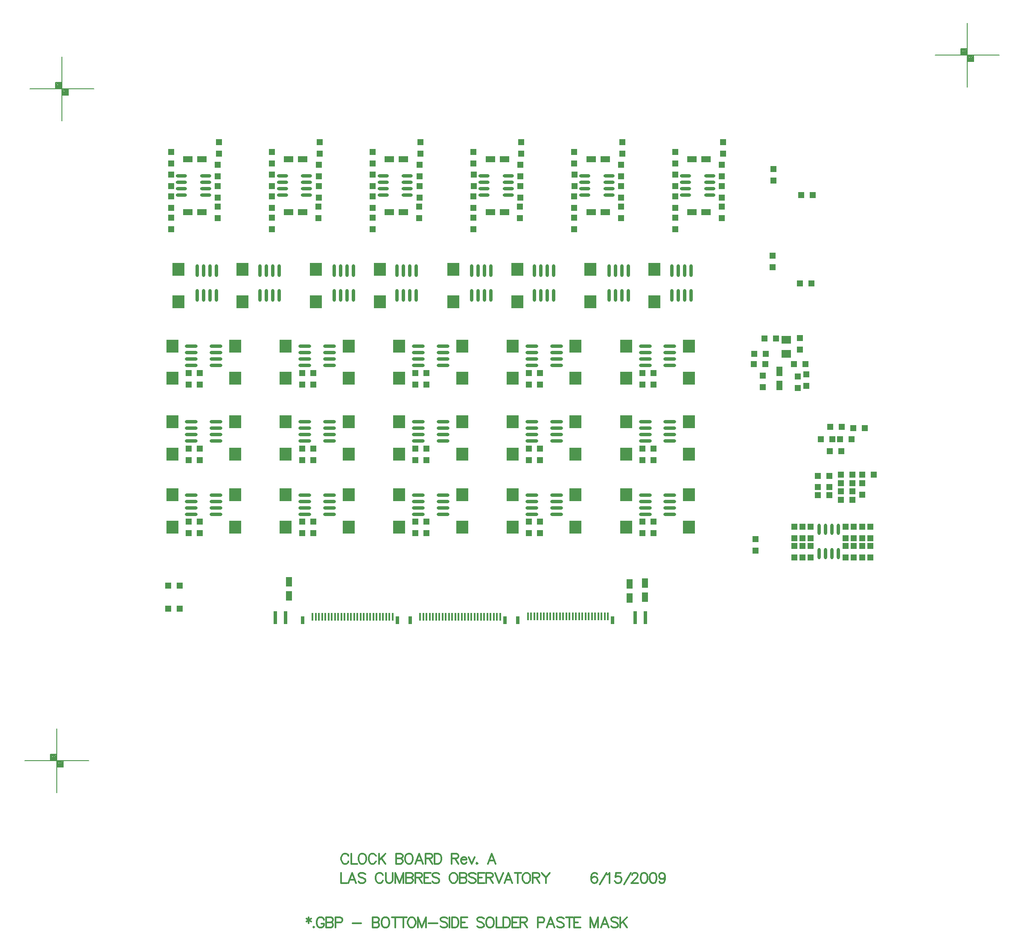
<source format=gbp>
%FSLAX23Y23*%
%MOIN*%
G70*
G01*
G75*
G04 Layer_Color=128*
%ADD10C,0.005*%
%ADD11C,0.040*%
%ADD12R,0.085X0.138*%
%ADD13R,0.085X0.043*%
%ADD14R,0.085X0.043*%
%ADD15R,0.060X0.086*%
%ADD16R,0.035X0.037*%
%ADD17R,0.035X0.037*%
%ADD18R,0.050X0.050*%
%ADD19O,0.098X0.028*%
%ADD20R,0.135X0.070*%
%ADD21R,0.228X0.228*%
%ADD22O,0.008X0.033*%
%ADD23O,0.033X0.008*%
%ADD24R,0.070X0.135*%
%ADD25R,0.138X0.085*%
%ADD26R,0.043X0.085*%
%ADD27R,0.043X0.085*%
%ADD28R,0.031X0.060*%
%ADD29R,0.014X0.060*%
%ADD30R,0.030X0.100*%
%ADD31R,0.050X0.050*%
%ADD32R,0.048X0.078*%
%ADD33R,0.100X0.100*%
%ADD34O,0.010X0.061*%
%ADD35O,0.061X0.010*%
%ADD36O,0.024X0.087*%
%ADD37R,0.045X0.017*%
%ADD38R,0.028X0.036*%
%ADD39R,0.036X0.036*%
%ADD40R,0.087X0.024*%
%ADD41C,0.020*%
%ADD42C,0.010*%
%ADD43C,0.012*%
%ADD44R,1.181X0.787*%
%ADD45C,0.008*%
%ADD46C,0.012*%
%ADD47C,0.012*%
%ADD48C,0.236*%
%ADD49C,0.050*%
%ADD50C,0.020*%
%ADD51C,0.026*%
%ADD52R,0.059X0.059*%
%ADD53C,0.059*%
%ADD54C,0.024*%
%ADD55C,0.040*%
%ADD56C,0.030*%
%ADD57C,0.033*%
%ADD58C,0.055*%
G04:AMPARAMS|DCode=59|XSize=70mil|YSize=70mil|CornerRadius=0mil|HoleSize=0mil|Usage=FLASHONLY|Rotation=0.000|XOffset=0mil|YOffset=0mil|HoleType=Round|Shape=Relief|Width=10mil|Gap=10mil|Entries=4|*
%AMTHD59*
7,0,0,0.070,0.050,0.010,45*
%
%ADD59THD59*%
%ADD60C,0.007*%
%ADD61C,0.045*%
G04:AMPARAMS|DCode=62|XSize=95.433mil|YSize=95.433mil|CornerRadius=0mil|HoleSize=0mil|Usage=FLASHONLY|Rotation=0.000|XOffset=0mil|YOffset=0mil|HoleType=Round|Shape=Relief|Width=10mil|Gap=10mil|Entries=4|*
%AMTHD62*
7,0,0,0.095,0.075,0.010,45*
%
%ADD62THD62*%
%ADD63R,0.094X0.102*%
%ADD64O,0.087X0.024*%
%ADD65R,0.078X0.048*%
%ADD66O,0.028X0.098*%
%ADD67R,0.075X0.063*%
%ADD68R,1.181X0.787*%
%ADD69C,0.010*%
%ADD70C,0.010*%
%ADD71C,0.024*%
%ADD72C,0.008*%
%ADD73C,0.006*%
%ADD74R,0.240X0.165*%
%ADD75R,0.020X0.082*%
D18*
X15533Y10749D02*
D03*
Y10839D02*
D03*
X15597Y10989D02*
D03*
Y10899D02*
D03*
X15597Y10749D02*
D03*
Y10839D02*
D03*
X15533Y10989D02*
D03*
Y10899D02*
D03*
X15468Y10839D02*
D03*
Y10749D02*
D03*
X15998Y10839D02*
D03*
Y10749D02*
D03*
X10825Y11511D02*
D03*
Y11601D02*
D03*
X10739D02*
D03*
Y11511D02*
D03*
X11711Y10941D02*
D03*
Y11031D02*
D03*
X11624D02*
D03*
Y10941D02*
D03*
X10825D02*
D03*
Y11031D02*
D03*
X10739D02*
D03*
Y10941D02*
D03*
X14369Y11511D02*
D03*
Y11601D02*
D03*
X14282D02*
D03*
Y11511D02*
D03*
X13483D02*
D03*
Y11601D02*
D03*
X13396D02*
D03*
Y11511D02*
D03*
X14369Y10941D02*
D03*
Y11031D02*
D03*
X14282D02*
D03*
Y10941D02*
D03*
X13396Y12192D02*
D03*
Y12102D02*
D03*
X13483D02*
D03*
Y12192D02*
D03*
X12510D02*
D03*
Y12102D02*
D03*
X12597D02*
D03*
Y12192D02*
D03*
X10739D02*
D03*
Y12102D02*
D03*
X10825D02*
D03*
Y12192D02*
D03*
X13750Y13572D02*
D03*
Y13482D02*
D03*
X14116Y13728D02*
D03*
Y13818D02*
D03*
X14114Y13399D02*
D03*
Y13489D02*
D03*
X13750Y13826D02*
D03*
Y13916D02*
D03*
X14116Y13560D02*
D03*
Y13650D02*
D03*
X13750Y13404D02*
D03*
Y13314D02*
D03*
X13752Y13739D02*
D03*
Y13649D02*
D03*
X14124Y13995D02*
D03*
Y13905D02*
D03*
X12963Y13572D02*
D03*
Y13482D02*
D03*
X13328Y13728D02*
D03*
Y13818D02*
D03*
X13327Y13399D02*
D03*
Y13489D02*
D03*
X12963Y13826D02*
D03*
Y13916D02*
D03*
X13328Y13560D02*
D03*
Y13650D02*
D03*
X12963Y13404D02*
D03*
Y13314D02*
D03*
X12964Y13739D02*
D03*
Y13649D02*
D03*
X13337Y13995D02*
D03*
Y13905D02*
D03*
X12175Y13572D02*
D03*
Y13482D02*
D03*
X12541Y13728D02*
D03*
Y13818D02*
D03*
X12540Y13399D02*
D03*
Y13489D02*
D03*
X12175Y13826D02*
D03*
Y13916D02*
D03*
X12541Y13560D02*
D03*
Y13650D02*
D03*
X12175Y13404D02*
D03*
Y13314D02*
D03*
X12177Y13739D02*
D03*
Y13649D02*
D03*
X12549Y13995D02*
D03*
Y13905D02*
D03*
X11388Y13572D02*
D03*
Y13482D02*
D03*
X11754Y13728D02*
D03*
Y13818D02*
D03*
X11752Y13399D02*
D03*
Y13489D02*
D03*
X11388Y13826D02*
D03*
Y13916D02*
D03*
X11754Y13560D02*
D03*
Y13650D02*
D03*
X11388Y13404D02*
D03*
Y13314D02*
D03*
X11389Y13739D02*
D03*
Y13649D02*
D03*
X11762Y13995D02*
D03*
Y13905D02*
D03*
X10601Y13572D02*
D03*
Y13482D02*
D03*
X10966Y13728D02*
D03*
Y13818D02*
D03*
X10965Y13399D02*
D03*
Y13489D02*
D03*
X10601Y13826D02*
D03*
Y13916D02*
D03*
X10966Y13560D02*
D03*
Y13650D02*
D03*
X10601Y13404D02*
D03*
Y13314D02*
D03*
X10602Y13739D02*
D03*
Y13649D02*
D03*
X10975Y13995D02*
D03*
Y13905D02*
D03*
X14912D02*
D03*
Y13995D02*
D03*
X14538Y13404D02*
D03*
Y13314D02*
D03*
X14903Y13560D02*
D03*
Y13650D02*
D03*
X14902Y13399D02*
D03*
Y13489D02*
D03*
X14538Y13916D02*
D03*
Y13826D02*
D03*
X14539Y13739D02*
D03*
Y13649D02*
D03*
X14538Y13482D02*
D03*
Y13572D02*
D03*
X14903Y13818D02*
D03*
Y13728D02*
D03*
X12597Y11031D02*
D03*
Y10941D02*
D03*
X12510D02*
D03*
Y11031D02*
D03*
X13483D02*
D03*
Y10941D02*
D03*
X13396D02*
D03*
Y11031D02*
D03*
X11711Y11601D02*
D03*
Y11511D02*
D03*
X11624D02*
D03*
Y11601D02*
D03*
X12597Y11601D02*
D03*
Y11511D02*
D03*
X12510D02*
D03*
Y11601D02*
D03*
X14282Y12102D02*
D03*
Y12192D02*
D03*
X14369D02*
D03*
Y12102D02*
D03*
X11624D02*
D03*
Y12192D02*
D03*
X11711D02*
D03*
Y12102D02*
D03*
X15868Y10899D02*
D03*
Y10989D02*
D03*
X15933D02*
D03*
Y10899D02*
D03*
X15998Y10899D02*
D03*
Y10989D02*
D03*
X16063Y10989D02*
D03*
Y10899D02*
D03*
X15868Y10749D02*
D03*
Y10839D02*
D03*
X16063Y10839D02*
D03*
Y10749D02*
D03*
X15933Y10839D02*
D03*
Y10749D02*
D03*
X15468Y10899D02*
D03*
Y10989D02*
D03*
X15165Y10805D02*
D03*
Y10895D02*
D03*
X15221Y12170D02*
D03*
Y12080D02*
D03*
X15496Y12165D02*
D03*
Y12075D02*
D03*
X15561Y12090D02*
D03*
Y12180D02*
D03*
X15511Y12375D02*
D03*
Y12465D02*
D03*
X15998Y11332D02*
D03*
Y11242D02*
D03*
X15298Y13107D02*
D03*
Y13017D02*
D03*
X15307Y13784D02*
D03*
Y13694D02*
D03*
D19*
X10760Y11659D02*
D03*
Y11709D02*
D03*
Y11759D02*
D03*
Y11809D02*
D03*
X10953Y11659D02*
D03*
Y11709D02*
D03*
Y11759D02*
D03*
Y11809D02*
D03*
X11646Y11088D02*
D03*
Y11138D02*
D03*
Y11188D02*
D03*
Y11238D02*
D03*
X11839Y11088D02*
D03*
Y11138D02*
D03*
Y11188D02*
D03*
Y11238D02*
D03*
X10760Y11088D02*
D03*
Y11138D02*
D03*
Y11188D02*
D03*
Y11238D02*
D03*
X10953Y11088D02*
D03*
Y11138D02*
D03*
Y11188D02*
D03*
Y11238D02*
D03*
X14304Y11659D02*
D03*
Y11709D02*
D03*
Y11759D02*
D03*
Y11809D02*
D03*
X14496Y11659D02*
D03*
Y11709D02*
D03*
Y11759D02*
D03*
Y11809D02*
D03*
X13418Y11659D02*
D03*
Y11709D02*
D03*
Y11759D02*
D03*
Y11809D02*
D03*
X13611Y11659D02*
D03*
Y11709D02*
D03*
Y11759D02*
D03*
Y11809D02*
D03*
X14304Y11088D02*
D03*
Y11138D02*
D03*
Y11188D02*
D03*
Y11238D02*
D03*
X14496Y11088D02*
D03*
Y11138D02*
D03*
Y11188D02*
D03*
Y11238D02*
D03*
X13418Y12249D02*
D03*
Y12299D02*
D03*
Y12349D02*
D03*
Y12399D02*
D03*
X13611Y12249D02*
D03*
Y12299D02*
D03*
Y12349D02*
D03*
Y12399D02*
D03*
X12532Y12249D02*
D03*
Y12299D02*
D03*
Y12349D02*
D03*
Y12399D02*
D03*
X12725Y12249D02*
D03*
Y12299D02*
D03*
Y12349D02*
D03*
Y12399D02*
D03*
X10760Y12249D02*
D03*
Y12299D02*
D03*
Y12349D02*
D03*
Y12399D02*
D03*
X10953Y12249D02*
D03*
Y12299D02*
D03*
Y12349D02*
D03*
Y12399D02*
D03*
X12725Y11238D02*
D03*
Y11188D02*
D03*
Y11138D02*
D03*
Y11088D02*
D03*
X12532Y11238D02*
D03*
Y11188D02*
D03*
Y11138D02*
D03*
Y11088D02*
D03*
X13611Y11238D02*
D03*
Y11188D02*
D03*
Y11138D02*
D03*
Y11088D02*
D03*
X13418Y11238D02*
D03*
Y11188D02*
D03*
Y11138D02*
D03*
Y11088D02*
D03*
X11839Y11809D02*
D03*
Y11759D02*
D03*
Y11709D02*
D03*
Y11659D02*
D03*
X11646Y11809D02*
D03*
Y11759D02*
D03*
Y11709D02*
D03*
Y11659D02*
D03*
X12725Y11809D02*
D03*
Y11759D02*
D03*
Y11709D02*
D03*
Y11659D02*
D03*
X12532Y11809D02*
D03*
Y11759D02*
D03*
Y11709D02*
D03*
Y11659D02*
D03*
X14496Y12399D02*
D03*
Y12349D02*
D03*
Y12299D02*
D03*
Y12249D02*
D03*
X14304Y12399D02*
D03*
Y12349D02*
D03*
Y12299D02*
D03*
Y12249D02*
D03*
X11839Y12399D02*
D03*
Y12349D02*
D03*
Y12299D02*
D03*
Y12249D02*
D03*
X11646Y12399D02*
D03*
Y12349D02*
D03*
Y12299D02*
D03*
Y12249D02*
D03*
D28*
X11630Y10261D02*
D03*
X12370D02*
D03*
X12470D02*
D03*
X13210D02*
D03*
X13310D02*
D03*
X14050D02*
D03*
D29*
X11732Y10288D02*
D03*
X11757D02*
D03*
X11782D02*
D03*
X11807D02*
D03*
X11832D02*
D03*
X11857D02*
D03*
X11882D02*
D03*
X11907D02*
D03*
X11932D02*
D03*
X11957D02*
D03*
X11982D02*
D03*
X12007D02*
D03*
X12032D02*
D03*
X12057D02*
D03*
X12082D02*
D03*
X12107D02*
D03*
X12132D02*
D03*
X12157D02*
D03*
X12182D02*
D03*
X12207D02*
D03*
X12232D02*
D03*
X12257D02*
D03*
X12282D02*
D03*
X12307D02*
D03*
X12547D02*
D03*
X12572D02*
D03*
X12597D02*
D03*
X12622D02*
D03*
X12647D02*
D03*
X12672D02*
D03*
X12697D02*
D03*
X12722D02*
D03*
X12747D02*
D03*
X12772D02*
D03*
X12797D02*
D03*
X12822D02*
D03*
X12847D02*
D03*
X12872D02*
D03*
X12897D02*
D03*
X12922D02*
D03*
X12947D02*
D03*
X12972D02*
D03*
X12997D02*
D03*
X13022D02*
D03*
X13047D02*
D03*
X13072D02*
D03*
X13097D02*
D03*
X13122D02*
D03*
X13147D02*
D03*
X13172D02*
D03*
X13388Y10289D02*
D03*
X13413D02*
D03*
X13438D02*
D03*
X13463D02*
D03*
X13488D02*
D03*
X13513D02*
D03*
X13538D02*
D03*
X13563D02*
D03*
X13588D02*
D03*
X13613D02*
D03*
X13638D02*
D03*
X13663D02*
D03*
X13688D02*
D03*
X13713D02*
D03*
X13738D02*
D03*
X13763D02*
D03*
X13788D02*
D03*
X13813D02*
D03*
X13838D02*
D03*
X13863D02*
D03*
X13888D02*
D03*
X13913D02*
D03*
X13938D02*
D03*
X13963D02*
D03*
X13988D02*
D03*
X14013D02*
D03*
X11707Y10288D02*
D03*
X12332D02*
D03*
D30*
X11416Y10279D02*
D03*
X11495D02*
D03*
X14226Y10279D02*
D03*
X14305D02*
D03*
D31*
X15840Y11770D02*
D03*
X15750D02*
D03*
X15835Y11580D02*
D03*
X15745D02*
D03*
X15915Y11675D02*
D03*
X15825D02*
D03*
X15675Y11675D02*
D03*
X15765D02*
D03*
X16020Y11760D02*
D03*
X15930D02*
D03*
X15833Y11397D02*
D03*
X15923D02*
D03*
X15833Y11332D02*
D03*
X15923D02*
D03*
X15833Y11267D02*
D03*
X15923D02*
D03*
X15923Y11202D02*
D03*
X15833D02*
D03*
X15743Y11387D02*
D03*
X15653D02*
D03*
X10580Y10350D02*
D03*
X10670D02*
D03*
X10670Y10530D02*
D03*
X10580D02*
D03*
X15653Y11302D02*
D03*
X15743D02*
D03*
X15653Y11237D02*
D03*
X15743D02*
D03*
X16088Y11397D02*
D03*
X15998D02*
D03*
X15246Y12340D02*
D03*
X15156D02*
D03*
X15466Y12260D02*
D03*
X15556D02*
D03*
X15241Y12260D02*
D03*
X15151D02*
D03*
X15326Y12460D02*
D03*
X15236D02*
D03*
X15513Y12892D02*
D03*
X15603D02*
D03*
X15522Y13579D02*
D03*
X15612D02*
D03*
D32*
X14301Y10440D02*
D03*
Y10550D02*
D03*
X14181Y10435D02*
D03*
Y10545D02*
D03*
X11521Y10560D02*
D03*
Y10450D02*
D03*
X15351Y12095D02*
D03*
Y12205D02*
D03*
D36*
X15813Y10780D02*
D03*
X15763D02*
D03*
X15713D02*
D03*
X15663D02*
D03*
X15813Y10969D02*
D03*
X15763D02*
D03*
X15713D02*
D03*
X15663D02*
D03*
D45*
X9498Y14412D02*
X9998D01*
X9748Y14162D02*
Y14662D01*
X9698Y14412D02*
Y14462D01*
X9748D01*
X9798Y14362D02*
Y14412D01*
X9748Y14362D02*
X9798D01*
X9753Y14407D02*
X9793D01*
Y14367D02*
Y14407D01*
X9753Y14367D02*
X9793D01*
X9753D02*
Y14407D01*
X9758Y14402D02*
X9788D01*
Y14372D02*
Y14402D01*
X9758Y14372D02*
X9788D01*
X9758D02*
Y14397D01*
X9763D02*
X9783D01*
Y14377D02*
Y14397D01*
X9763Y14377D02*
X9783D01*
X9763D02*
Y14392D01*
X9768D02*
X9778D01*
Y14382D02*
Y14392D01*
X9768Y14382D02*
X9778D01*
X9768D02*
Y14392D01*
Y14387D02*
X9778D01*
X9703Y14457D02*
X9743D01*
Y14417D02*
Y14457D01*
X9703Y14417D02*
X9743D01*
X9703D02*
Y14457D01*
X9708Y14452D02*
X9738D01*
Y14422D02*
Y14452D01*
X9708Y14422D02*
X9738D01*
X9708D02*
Y14447D01*
X9713D02*
X9733D01*
Y14427D02*
Y14447D01*
X9713Y14427D02*
X9733D01*
X9713D02*
Y14442D01*
X9718D02*
X9728D01*
Y14432D02*
Y14442D01*
X9718Y14432D02*
X9728D01*
X9718D02*
Y14442D01*
Y14437D02*
X9728D01*
X9680Y9190D02*
X9690D01*
X9680Y9185D02*
Y9195D01*
Y9185D02*
X9690D01*
Y9195D01*
X9680D02*
X9690D01*
X9675Y9180D02*
Y9195D01*
Y9180D02*
X9695D01*
Y9200D01*
X9675D02*
X9695D01*
X9670Y9175D02*
Y9200D01*
Y9175D02*
X9700D01*
Y9205D01*
X9670D02*
X9700D01*
X9665Y9170D02*
Y9210D01*
Y9170D02*
X9705D01*
Y9210D01*
X9665D02*
X9705D01*
X9730Y9140D02*
X9740D01*
X9730Y9135D02*
Y9145D01*
Y9135D02*
X9740D01*
Y9145D01*
X9730D02*
X9740D01*
X9725Y9130D02*
Y9145D01*
Y9130D02*
X9745D01*
Y9150D01*
X9725D02*
X9745D01*
X9720Y9125D02*
Y9150D01*
Y9125D02*
X9750D01*
Y9155D01*
X9720D02*
X9750D01*
X9715Y9120D02*
Y9160D01*
Y9120D02*
X9755D01*
Y9160D01*
X9715D02*
X9755D01*
X9710Y9115D02*
X9760D01*
Y9165D01*
X9660Y9215D02*
X9710D01*
X9660Y9165D02*
Y9215D01*
X9710Y8915D02*
Y9415D01*
X9460Y9165D02*
X9960D01*
X16790Y14700D02*
X16800D01*
X16790Y14695D02*
Y14705D01*
Y14695D02*
X16800D01*
Y14705D01*
X16790D02*
X16800D01*
X16785Y14690D02*
Y14705D01*
Y14690D02*
X16805D01*
Y14710D01*
X16785D02*
X16805D01*
X16780Y14685D02*
Y14710D01*
Y14685D02*
X16810D01*
Y14715D01*
X16780D02*
X16810D01*
X16775Y14680D02*
Y14720D01*
Y14680D02*
X16815D01*
Y14720D01*
X16775D02*
X16815D01*
X16840Y14650D02*
X16850D01*
X16840Y14645D02*
Y14655D01*
Y14645D02*
X16850D01*
Y14655D01*
X16840D02*
X16850D01*
X16835Y14640D02*
Y14655D01*
Y14640D02*
X16855D01*
Y14660D01*
X16835D02*
X16855D01*
X16830Y14635D02*
Y14660D01*
Y14635D02*
X16860D01*
Y14665D01*
X16830D02*
X16860D01*
X16825Y14630D02*
Y14670D01*
Y14630D02*
X16865D01*
Y14670D01*
X16825D02*
X16865D01*
X16820Y14625D02*
X16870D01*
Y14675D01*
X16770Y14725D02*
X16820D01*
X16770Y14675D02*
Y14725D01*
X16820Y14425D02*
Y14925D01*
X16570Y14675D02*
X17070D01*
D46*
X11677Y7940D02*
Y7895D01*
X11658Y7929D02*
X11696Y7906D01*
Y7929D02*
X11658Y7906D01*
X11717Y7868D02*
X11713Y7864D01*
X11717Y7860D01*
X11720Y7864D01*
X11717Y7868D01*
X11795Y7921D02*
X11791Y7929D01*
X11784Y7937D01*
X11776Y7940D01*
X11761D01*
X11753Y7937D01*
X11745Y7929D01*
X11742Y7921D01*
X11738Y7910D01*
Y7891D01*
X11742Y7880D01*
X11745Y7872D01*
X11753Y7864D01*
X11761Y7860D01*
X11776D01*
X11784Y7864D01*
X11791Y7872D01*
X11795Y7880D01*
Y7891D01*
X11776D02*
X11795D01*
X11813Y7940D02*
Y7860D01*
Y7940D02*
X11848D01*
X11859Y7937D01*
X11863Y7933D01*
X11867Y7925D01*
Y7918D01*
X11863Y7910D01*
X11859Y7906D01*
X11848Y7902D01*
X11813D02*
X11848D01*
X11859Y7899D01*
X11863Y7895D01*
X11867Y7887D01*
Y7876D01*
X11863Y7868D01*
X11859Y7864D01*
X11848Y7860D01*
X11813D01*
X11884Y7899D02*
X11919D01*
X11930Y7902D01*
X11934Y7906D01*
X11938Y7914D01*
Y7925D01*
X11934Y7933D01*
X11930Y7937D01*
X11919Y7940D01*
X11884D01*
Y7860D01*
X12019Y7895D02*
X12087D01*
X12174Y7940D02*
Y7860D01*
Y7940D02*
X12208D01*
X12219Y7937D01*
X12223Y7933D01*
X12227Y7925D01*
Y7918D01*
X12223Y7910D01*
X12219Y7906D01*
X12208Y7902D01*
X12174D02*
X12208D01*
X12219Y7899D01*
X12223Y7895D01*
X12227Y7887D01*
Y7876D01*
X12223Y7868D01*
X12219Y7864D01*
X12208Y7860D01*
X12174D01*
X12268Y7940D02*
X12260Y7937D01*
X12252Y7929D01*
X12249Y7921D01*
X12245Y7910D01*
Y7891D01*
X12249Y7880D01*
X12252Y7872D01*
X12260Y7864D01*
X12268Y7860D01*
X12283D01*
X12291Y7864D01*
X12298Y7872D01*
X12302Y7880D01*
X12306Y7891D01*
Y7910D01*
X12302Y7921D01*
X12298Y7929D01*
X12291Y7937D01*
X12283Y7940D01*
X12268D01*
X12351D02*
Y7860D01*
X12324Y7940D02*
X12378D01*
X12414D02*
Y7860D01*
X12387Y7940D02*
X12441D01*
X12473D02*
X12465Y7937D01*
X12458Y7929D01*
X12454Y7921D01*
X12450Y7910D01*
Y7891D01*
X12454Y7880D01*
X12458Y7872D01*
X12465Y7864D01*
X12473Y7860D01*
X12488D01*
X12496Y7864D01*
X12503Y7872D01*
X12507Y7880D01*
X12511Y7891D01*
Y7910D01*
X12507Y7921D01*
X12503Y7929D01*
X12496Y7937D01*
X12488Y7940D01*
X12473D01*
X12530D02*
Y7860D01*
Y7940D02*
X12560Y7860D01*
X12591Y7940D02*
X12560Y7860D01*
X12591Y7940D02*
Y7860D01*
X12613Y7895D02*
X12682D01*
X12759Y7929D02*
X12751Y7937D01*
X12740Y7940D01*
X12725D01*
X12713Y7937D01*
X12706Y7929D01*
Y7921D01*
X12709Y7914D01*
X12713Y7910D01*
X12721Y7906D01*
X12744Y7899D01*
X12751Y7895D01*
X12755Y7891D01*
X12759Y7883D01*
Y7872D01*
X12751Y7864D01*
X12740Y7860D01*
X12725D01*
X12713Y7864D01*
X12706Y7872D01*
X12777Y7940D02*
Y7860D01*
X12794Y7940D02*
Y7860D01*
Y7940D02*
X12820D01*
X12832Y7937D01*
X12839Y7929D01*
X12843Y7921D01*
X12847Y7910D01*
Y7891D01*
X12843Y7880D01*
X12839Y7872D01*
X12832Y7864D01*
X12820Y7860D01*
X12794D01*
X12914Y7940D02*
X12865D01*
Y7860D01*
X12914D01*
X12865Y7902D02*
X12895D01*
X13044Y7929D02*
X13036Y7937D01*
X13025Y7940D01*
X13010D01*
X12998Y7937D01*
X12991Y7929D01*
Y7921D01*
X12994Y7914D01*
X12998Y7910D01*
X13006Y7906D01*
X13029Y7899D01*
X13036Y7895D01*
X13040Y7891D01*
X13044Y7883D01*
Y7872D01*
X13036Y7864D01*
X13025Y7860D01*
X13010D01*
X12998Y7864D01*
X12991Y7872D01*
X13085Y7940D02*
X13077Y7937D01*
X13069Y7929D01*
X13066Y7921D01*
X13062Y7910D01*
Y7891D01*
X13066Y7880D01*
X13069Y7872D01*
X13077Y7864D01*
X13085Y7860D01*
X13100D01*
X13107Y7864D01*
X13115Y7872D01*
X13119Y7880D01*
X13123Y7891D01*
Y7910D01*
X13119Y7921D01*
X13115Y7929D01*
X13107Y7937D01*
X13100Y7940D01*
X13085D01*
X13141D02*
Y7860D01*
X13187D01*
X13196Y7940D02*
Y7860D01*
Y7940D02*
X13222D01*
X13234Y7937D01*
X13242Y7929D01*
X13245Y7921D01*
X13249Y7910D01*
Y7891D01*
X13245Y7880D01*
X13242Y7872D01*
X13234Y7864D01*
X13222Y7860D01*
X13196D01*
X13317Y7940D02*
X13267D01*
Y7860D01*
X13317D01*
X13267Y7902D02*
X13298D01*
X13330Y7940D02*
Y7860D01*
Y7940D02*
X13364D01*
X13376Y7937D01*
X13379Y7933D01*
X13383Y7925D01*
Y7918D01*
X13379Y7910D01*
X13376Y7906D01*
X13364Y7902D01*
X13330D01*
X13357D02*
X13383Y7860D01*
X13464Y7899D02*
X13498D01*
X13510Y7902D01*
X13513Y7906D01*
X13517Y7914D01*
Y7925D01*
X13513Y7933D01*
X13510Y7937D01*
X13498Y7940D01*
X13464D01*
Y7860D01*
X13596D02*
X13566Y7940D01*
X13535Y7860D01*
X13547Y7887D02*
X13585D01*
X13668Y7929D02*
X13660Y7937D01*
X13649Y7940D01*
X13634D01*
X13622Y7937D01*
X13615Y7929D01*
Y7921D01*
X13619Y7914D01*
X13622Y7910D01*
X13630Y7906D01*
X13653Y7899D01*
X13660Y7895D01*
X13664Y7891D01*
X13668Y7883D01*
Y7872D01*
X13660Y7864D01*
X13649Y7860D01*
X13634D01*
X13622Y7864D01*
X13615Y7872D01*
X13713Y7940D02*
Y7860D01*
X13686Y7940D02*
X13739D01*
X13798D02*
X13749D01*
Y7860D01*
X13798D01*
X13749Y7902D02*
X13779D01*
X13875Y7940D02*
Y7860D01*
Y7940D02*
X13905Y7860D01*
X13935Y7940D02*
X13905Y7860D01*
X13935Y7940D02*
Y7860D01*
X14019D02*
X13989Y7940D01*
X13958Y7860D01*
X13970Y7887D02*
X14008D01*
X14091Y7929D02*
X14084Y7937D01*
X14072Y7940D01*
X14057D01*
X14046Y7937D01*
X14038Y7929D01*
Y7921D01*
X14042Y7914D01*
X14046Y7910D01*
X14053Y7906D01*
X14076Y7899D01*
X14084Y7895D01*
X14087Y7891D01*
X14091Y7883D01*
Y7872D01*
X14084Y7864D01*
X14072Y7860D01*
X14057D01*
X14046Y7864D01*
X14038Y7872D01*
X14109Y7940D02*
Y7860D01*
X14162Y7940D02*
X14109Y7887D01*
X14128Y7906D02*
X14162Y7860D01*
X11987Y8419D02*
X11984Y8427D01*
X11976Y8434D01*
X11968Y8438D01*
X11953D01*
X11946Y8434D01*
X11938Y8427D01*
X11934Y8419D01*
X11930Y8408D01*
Y8389D01*
X11934Y8377D01*
X11938Y8370D01*
X11946Y8362D01*
X11953Y8358D01*
X11968D01*
X11976Y8362D01*
X11984Y8370D01*
X11987Y8377D01*
X12010Y8438D02*
Y8358D01*
X12056D01*
X12087Y8438D02*
X12080Y8434D01*
X12072Y8427D01*
X12068Y8419D01*
X12064Y8408D01*
Y8389D01*
X12068Y8377D01*
X12072Y8370D01*
X12080Y8362D01*
X12087Y8358D01*
X12102D01*
X12110Y8362D01*
X12118Y8370D01*
X12121Y8377D01*
X12125Y8389D01*
Y8408D01*
X12121Y8419D01*
X12118Y8427D01*
X12110Y8434D01*
X12102Y8438D01*
X12087D01*
X12201Y8419D02*
X12197Y8427D01*
X12190Y8434D01*
X12182Y8438D01*
X12167D01*
X12159Y8434D01*
X12152Y8427D01*
X12148Y8419D01*
X12144Y8408D01*
Y8389D01*
X12148Y8377D01*
X12152Y8370D01*
X12159Y8362D01*
X12167Y8358D01*
X12182D01*
X12190Y8362D01*
X12197Y8370D01*
X12201Y8377D01*
X12224Y8438D02*
Y8358D01*
X12277Y8438D02*
X12224Y8385D01*
X12243Y8404D02*
X12277Y8358D01*
X12358Y8438D02*
Y8358D01*
Y8438D02*
X12392D01*
X12403Y8434D01*
X12407Y8430D01*
X12411Y8423D01*
Y8415D01*
X12407Y8408D01*
X12403Y8404D01*
X12392Y8400D01*
X12358D02*
X12392D01*
X12403Y8396D01*
X12407Y8392D01*
X12411Y8385D01*
Y8373D01*
X12407Y8366D01*
X12403Y8362D01*
X12392Y8358D01*
X12358D01*
X12452Y8438D02*
X12444Y8434D01*
X12436Y8427D01*
X12433Y8419D01*
X12429Y8408D01*
Y8389D01*
X12433Y8377D01*
X12436Y8370D01*
X12444Y8362D01*
X12452Y8358D01*
X12467D01*
X12475Y8362D01*
X12482Y8370D01*
X12486Y8377D01*
X12490Y8389D01*
Y8408D01*
X12486Y8419D01*
X12482Y8427D01*
X12475Y8434D01*
X12467Y8438D01*
X12452D01*
X12569Y8358D02*
X12539Y8438D01*
X12508Y8358D01*
X12520Y8385D02*
X12558D01*
X12588Y8438D02*
Y8358D01*
Y8438D02*
X12622D01*
X12634Y8434D01*
X12638Y8430D01*
X12641Y8423D01*
Y8415D01*
X12638Y8408D01*
X12634Y8404D01*
X12622Y8400D01*
X12588D01*
X12615D02*
X12641Y8358D01*
X12659Y8438D02*
Y8358D01*
Y8438D02*
X12686D01*
X12697Y8434D01*
X12705Y8427D01*
X12709Y8419D01*
X12713Y8408D01*
Y8389D01*
X12709Y8377D01*
X12705Y8370D01*
X12697Y8362D01*
X12686Y8358D01*
X12659D01*
X12793Y8438D02*
Y8358D01*
Y8438D02*
X12828D01*
X12839Y8434D01*
X12843Y8430D01*
X12847Y8423D01*
Y8415D01*
X12843Y8408D01*
X12839Y8404D01*
X12828Y8400D01*
X12793D01*
X12820D02*
X12847Y8358D01*
X12865Y8389D02*
X12910D01*
Y8396D01*
X12906Y8404D01*
X12903Y8408D01*
X12895Y8411D01*
X12884D01*
X12876Y8408D01*
X12868Y8400D01*
X12865Y8389D01*
Y8381D01*
X12868Y8370D01*
X12876Y8362D01*
X12884Y8358D01*
X12895D01*
X12903Y8362D01*
X12910Y8370D01*
X12927Y8411D02*
X12950Y8358D01*
X12973Y8411D02*
X12950Y8358D01*
X12990Y8366D02*
X12986Y8362D01*
X12990Y8358D01*
X12994Y8362D01*
X12990Y8366D01*
X13135Y8358D02*
X13105Y8438D01*
X13074Y8358D01*
X13085Y8385D02*
X13124D01*
D47*
X11930Y8288D02*
Y8208D01*
X11976D01*
X12046D02*
X12015Y8288D01*
X11985Y8208D01*
X11996Y8235D02*
X12034D01*
X12118Y8277D02*
X12110Y8284D01*
X12099Y8288D01*
X12083D01*
X12072Y8284D01*
X12064Y8277D01*
Y8269D01*
X12068Y8261D01*
X12072Y8258D01*
X12080Y8254D01*
X12102Y8246D01*
X12110Y8242D01*
X12114Y8239D01*
X12118Y8231D01*
Y8220D01*
X12110Y8212D01*
X12099Y8208D01*
X12083D01*
X12072Y8212D01*
X12064Y8220D01*
X12256Y8269D02*
X12252Y8277D01*
X12244Y8284D01*
X12237Y8288D01*
X12221D01*
X12214Y8284D01*
X12206Y8277D01*
X12202Y8269D01*
X12198Y8258D01*
Y8239D01*
X12202Y8227D01*
X12206Y8220D01*
X12214Y8212D01*
X12221Y8208D01*
X12237D01*
X12244Y8212D01*
X12252Y8220D01*
X12256Y8227D01*
X12278Y8288D02*
Y8231D01*
X12282Y8220D01*
X12289Y8212D01*
X12301Y8208D01*
X12309D01*
X12320Y8212D01*
X12328Y8220D01*
X12331Y8231D01*
Y8288D01*
X12353D02*
Y8208D01*
Y8288D02*
X12384Y8208D01*
X12414Y8288D02*
X12384Y8208D01*
X12414Y8288D02*
Y8208D01*
X12437Y8288D02*
Y8208D01*
Y8288D02*
X12472D01*
X12483Y8284D01*
X12487Y8280D01*
X12491Y8273D01*
Y8265D01*
X12487Y8258D01*
X12483Y8254D01*
X12472Y8250D01*
X12437D02*
X12472D01*
X12483Y8246D01*
X12487Y8242D01*
X12491Y8235D01*
Y8223D01*
X12487Y8216D01*
X12483Y8212D01*
X12472Y8208D01*
X12437D01*
X12508Y8288D02*
Y8208D01*
Y8288D02*
X12543D01*
X12554Y8284D01*
X12558Y8280D01*
X12562Y8273D01*
Y8265D01*
X12558Y8258D01*
X12554Y8254D01*
X12543Y8250D01*
X12508D01*
X12535D02*
X12562Y8208D01*
X12629Y8288D02*
X12580D01*
Y8208D01*
X12629D01*
X12580Y8250D02*
X12610D01*
X12696Y8277D02*
X12688Y8284D01*
X12677Y8288D01*
X12662D01*
X12650Y8284D01*
X12643Y8277D01*
Y8269D01*
X12646Y8261D01*
X12650Y8258D01*
X12658Y8254D01*
X12681Y8246D01*
X12688Y8242D01*
X12692Y8239D01*
X12696Y8231D01*
Y8220D01*
X12688Y8212D01*
X12677Y8208D01*
X12662D01*
X12650Y8212D01*
X12643Y8220D01*
X12799Y8288D02*
X12792Y8284D01*
X12784Y8277D01*
X12780Y8269D01*
X12777Y8258D01*
Y8239D01*
X12780Y8227D01*
X12784Y8220D01*
X12792Y8212D01*
X12799Y8208D01*
X12815D01*
X12822Y8212D01*
X12830Y8220D01*
X12834Y8227D01*
X12838Y8239D01*
Y8258D01*
X12834Y8269D01*
X12830Y8277D01*
X12822Y8284D01*
X12815Y8288D01*
X12799D01*
X12856D02*
Y8208D01*
Y8288D02*
X12890D01*
X12902Y8284D01*
X12906Y8280D01*
X12910Y8273D01*
Y8265D01*
X12906Y8258D01*
X12902Y8254D01*
X12890Y8250D01*
X12856D02*
X12890D01*
X12902Y8246D01*
X12906Y8242D01*
X12910Y8235D01*
Y8223D01*
X12906Y8216D01*
X12902Y8212D01*
X12890Y8208D01*
X12856D01*
X12981Y8277D02*
X12973Y8284D01*
X12962Y8288D01*
X12946D01*
X12935Y8284D01*
X12927Y8277D01*
Y8269D01*
X12931Y8261D01*
X12935Y8258D01*
X12943Y8254D01*
X12966Y8246D01*
X12973Y8242D01*
X12977Y8239D01*
X12981Y8231D01*
Y8220D01*
X12973Y8212D01*
X12962Y8208D01*
X12946D01*
X12935Y8212D01*
X12927Y8220D01*
X13048Y8288D02*
X12999D01*
Y8208D01*
X13048D01*
X12999Y8250D02*
X13029D01*
X13061Y8288D02*
Y8208D01*
Y8288D02*
X13096D01*
X13107Y8284D01*
X13111Y8280D01*
X13115Y8273D01*
Y8265D01*
X13111Y8258D01*
X13107Y8254D01*
X13096Y8250D01*
X13061D01*
X13088D02*
X13115Y8208D01*
X13133Y8288D02*
X13163Y8208D01*
X13194Y8288D02*
X13163Y8208D01*
X13265D02*
X13234Y8288D01*
X13204Y8208D01*
X13215Y8235D02*
X13253D01*
X13310Y8288D02*
Y8208D01*
X13284Y8288D02*
X13337D01*
X13369D02*
X13362Y8284D01*
X13354Y8277D01*
X13350Y8269D01*
X13346Y8258D01*
Y8239D01*
X13350Y8227D01*
X13354Y8220D01*
X13362Y8212D01*
X13369Y8208D01*
X13384D01*
X13392Y8212D01*
X13400Y8220D01*
X13404Y8227D01*
X13407Y8239D01*
Y8258D01*
X13404Y8269D01*
X13400Y8277D01*
X13392Y8284D01*
X13384Y8288D01*
X13369D01*
X13426D02*
Y8208D01*
Y8288D02*
X13460D01*
X13472Y8284D01*
X13475Y8280D01*
X13479Y8273D01*
Y8265D01*
X13475Y8258D01*
X13472Y8254D01*
X13460Y8250D01*
X13426D01*
X13453D02*
X13479Y8208D01*
X13497Y8288D02*
X13528Y8250D01*
Y8208D01*
X13558Y8288D02*
X13528Y8250D01*
X13928Y8277D02*
X13925Y8284D01*
X13913Y8288D01*
X13905D01*
X13894Y8284D01*
X13886Y8273D01*
X13883Y8254D01*
Y8235D01*
X13886Y8220D01*
X13894Y8212D01*
X13905Y8208D01*
X13909D01*
X13921Y8212D01*
X13928Y8220D01*
X13932Y8231D01*
Y8235D01*
X13928Y8246D01*
X13921Y8254D01*
X13909Y8258D01*
X13905D01*
X13894Y8254D01*
X13886Y8246D01*
X13883Y8235D01*
X13950Y8197D02*
X14003Y8288D01*
X14008Y8273D02*
X14016Y8277D01*
X14027Y8288D01*
Y8208D01*
X14113Y8288D02*
X14075D01*
X14071Y8254D01*
X14075Y8258D01*
X14086Y8261D01*
X14097D01*
X14109Y8258D01*
X14116Y8250D01*
X14120Y8239D01*
Y8231D01*
X14116Y8220D01*
X14109Y8212D01*
X14097Y8208D01*
X14086D01*
X14075Y8212D01*
X14071Y8216D01*
X14067Y8223D01*
X14138Y8197D02*
X14192Y8288D01*
X14201Y8269D02*
Y8273D01*
X14204Y8280D01*
X14208Y8284D01*
X14216Y8288D01*
X14231D01*
X14239Y8284D01*
X14243Y8280D01*
X14246Y8273D01*
Y8265D01*
X14243Y8258D01*
X14235Y8246D01*
X14197Y8208D01*
X14250D01*
X14291Y8288D02*
X14280Y8284D01*
X14272Y8273D01*
X14268Y8254D01*
Y8242D01*
X14272Y8223D01*
X14280Y8212D01*
X14291Y8208D01*
X14299D01*
X14310Y8212D01*
X14318Y8223D01*
X14321Y8242D01*
Y8254D01*
X14318Y8273D01*
X14310Y8284D01*
X14299Y8288D01*
X14291D01*
X14362D02*
X14351Y8284D01*
X14343Y8273D01*
X14339Y8254D01*
Y8242D01*
X14343Y8223D01*
X14351Y8212D01*
X14362Y8208D01*
X14370D01*
X14381Y8212D01*
X14389Y8223D01*
X14393Y8242D01*
Y8254D01*
X14389Y8273D01*
X14381Y8284D01*
X14370Y8288D01*
X14362D01*
X14460Y8261D02*
X14456Y8250D01*
X14449Y8242D01*
X14437Y8239D01*
X14433D01*
X14422Y8242D01*
X14414Y8250D01*
X14411Y8261D01*
Y8265D01*
X14414Y8277D01*
X14422Y8284D01*
X14433Y8288D01*
X14437D01*
X14449Y8284D01*
X14456Y8277D01*
X14460Y8261D01*
Y8242D01*
X14456Y8223D01*
X14449Y8212D01*
X14437Y8208D01*
X14430D01*
X14418Y8212D01*
X14414Y8220D01*
D63*
X10611Y11558D02*
D03*
Y11810D02*
D03*
X11103D02*
D03*
Y11558D02*
D03*
X11496Y10987D02*
D03*
Y11239D02*
D03*
X11989D02*
D03*
Y10987D02*
D03*
X10611D02*
D03*
Y11239D02*
D03*
X11103D02*
D03*
Y10987D02*
D03*
X14154Y11558D02*
D03*
Y11810D02*
D03*
X14646D02*
D03*
Y11558D02*
D03*
X13268D02*
D03*
Y11810D02*
D03*
X13760D02*
D03*
Y11558D02*
D03*
X14154Y10987D02*
D03*
Y11239D02*
D03*
X14646D02*
D03*
Y10987D02*
D03*
X13760Y12401D02*
D03*
Y12149D02*
D03*
X12874Y12401D02*
D03*
Y12149D02*
D03*
X12382D02*
D03*
Y12401D02*
D03*
X11103D02*
D03*
Y12149D02*
D03*
X10611D02*
D03*
Y12401D02*
D03*
X12382Y11239D02*
D03*
Y10987D02*
D03*
X12874D02*
D03*
Y11239D02*
D03*
X13268D02*
D03*
Y10987D02*
D03*
X13760D02*
D03*
Y11239D02*
D03*
X11496Y11810D02*
D03*
Y11558D02*
D03*
X11989D02*
D03*
Y11810D02*
D03*
X12382Y11810D02*
D03*
Y11558D02*
D03*
X12874D02*
D03*
Y11810D02*
D03*
X13268Y12401D02*
D03*
Y12149D02*
D03*
X14646D02*
D03*
Y12401D02*
D03*
X14154D02*
D03*
Y12149D02*
D03*
X11989D02*
D03*
Y12401D02*
D03*
X11496D02*
D03*
Y12149D02*
D03*
X12232Y12999D02*
D03*
Y12747D02*
D03*
X11732Y12999D02*
D03*
Y12747D02*
D03*
X13877Y12999D02*
D03*
Y12747D02*
D03*
X14377Y12999D02*
D03*
Y12747D02*
D03*
X12804Y12999D02*
D03*
Y12747D02*
D03*
X13304Y12999D02*
D03*
Y12747D02*
D03*
X10659Y12999D02*
D03*
Y12747D02*
D03*
X11159Y12999D02*
D03*
Y12747D02*
D03*
D64*
X11660Y13730D02*
D03*
Y13680D02*
D03*
Y13630D02*
D03*
Y13580D02*
D03*
X11471Y13730D02*
D03*
Y13680D02*
D03*
Y13630D02*
D03*
Y13580D02*
D03*
X12447Y13730D02*
D03*
Y13680D02*
D03*
Y13630D02*
D03*
Y13580D02*
D03*
X12258Y13730D02*
D03*
Y13680D02*
D03*
Y13630D02*
D03*
Y13580D02*
D03*
X14022Y13730D02*
D03*
Y13680D02*
D03*
Y13630D02*
D03*
Y13580D02*
D03*
X13833Y13730D02*
D03*
Y13680D02*
D03*
Y13630D02*
D03*
Y13580D02*
D03*
X13234Y13730D02*
D03*
Y13680D02*
D03*
Y13630D02*
D03*
Y13580D02*
D03*
X13045Y13730D02*
D03*
Y13680D02*
D03*
Y13630D02*
D03*
Y13580D02*
D03*
X10872Y13730D02*
D03*
Y13680D02*
D03*
Y13630D02*
D03*
Y13580D02*
D03*
X10683Y13730D02*
D03*
Y13680D02*
D03*
Y13630D02*
D03*
Y13580D02*
D03*
X14809Y13730D02*
D03*
Y13680D02*
D03*
Y13630D02*
D03*
Y13580D02*
D03*
X14620Y13730D02*
D03*
Y13680D02*
D03*
Y13630D02*
D03*
Y13580D02*
D03*
D65*
X13882Y13448D02*
D03*
X13992D02*
D03*
X13882Y13861D02*
D03*
X13992D02*
D03*
X13095Y13448D02*
D03*
X13205D02*
D03*
X13095Y13861D02*
D03*
X13205D02*
D03*
X12307Y13448D02*
D03*
X12417D02*
D03*
X12307Y13861D02*
D03*
X12417D02*
D03*
X11520Y13448D02*
D03*
X11630D02*
D03*
X11520Y13861D02*
D03*
X11630D02*
D03*
X10733Y13448D02*
D03*
X10843D02*
D03*
X10733Y13861D02*
D03*
X10843D02*
D03*
X14670D02*
D03*
X14780D02*
D03*
X14670Y13448D02*
D03*
X14780D02*
D03*
D66*
X12027Y12796D02*
D03*
X11977D02*
D03*
X11927D02*
D03*
X11877D02*
D03*
X12027Y12989D02*
D03*
X11977D02*
D03*
X11927D02*
D03*
X11877D02*
D03*
X12517Y12796D02*
D03*
X12467D02*
D03*
X12417D02*
D03*
X12367D02*
D03*
X12517Y12989D02*
D03*
X12467D02*
D03*
X12417D02*
D03*
X12367D02*
D03*
X14172Y12796D02*
D03*
X14122D02*
D03*
X14072D02*
D03*
X14022D02*
D03*
X14172Y12989D02*
D03*
X14122D02*
D03*
X14072D02*
D03*
X14022D02*
D03*
X14662Y12796D02*
D03*
X14612D02*
D03*
X14562D02*
D03*
X14512D02*
D03*
X14662Y12989D02*
D03*
X14612D02*
D03*
X14562D02*
D03*
X14512D02*
D03*
X13099Y12796D02*
D03*
X13049D02*
D03*
X12999D02*
D03*
X12949D02*
D03*
X13099Y12989D02*
D03*
X13049D02*
D03*
X12999D02*
D03*
X12949D02*
D03*
X13589Y12796D02*
D03*
X13539D02*
D03*
X13489D02*
D03*
X13439D02*
D03*
X13589Y12989D02*
D03*
X13539D02*
D03*
X13489D02*
D03*
X13439D02*
D03*
X10954Y12796D02*
D03*
X10904D02*
D03*
X10854D02*
D03*
X10804D02*
D03*
X10954Y12989D02*
D03*
X10904D02*
D03*
X10854D02*
D03*
X10804D02*
D03*
X11444Y12796D02*
D03*
X11394D02*
D03*
X11344D02*
D03*
X11294D02*
D03*
X11444Y12989D02*
D03*
X11394D02*
D03*
X11344D02*
D03*
X11294D02*
D03*
D67*
X15406Y12340D02*
D03*
Y12450D02*
D03*
M02*

</source>
